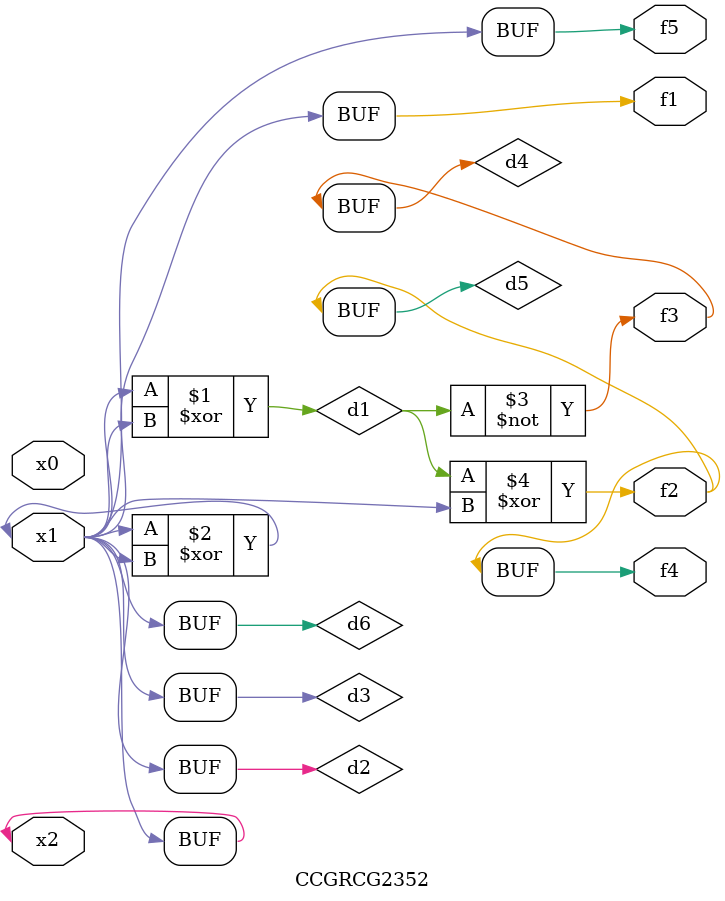
<source format=v>
module CCGRCG2352(
	input x0, x1, x2,
	output f1, f2, f3, f4, f5
);

	wire d1, d2, d3, d4, d5, d6;

	xor (d1, x1, x2);
	buf (d2, x1, x2);
	xor (d3, x1, x2);
	nor (d4, d1);
	xor (d5, d1, d2);
	buf (d6, d2, d3);
	assign f1 = d6;
	assign f2 = d5;
	assign f3 = d4;
	assign f4 = d5;
	assign f5 = d6;
endmodule

</source>
